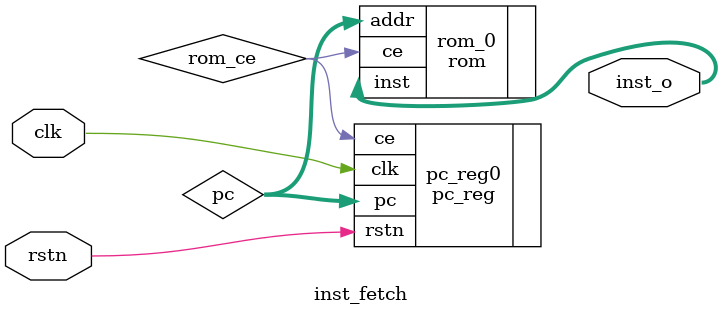
<source format=v>
module inst_fetch (input wire clk,
                   input wire rstn,
                   output wire [31:0] inst_o);
    wire [5:0] pc;
    wire rom_ce;
    
    //pc模块的例化
    pc_reg pc_reg0( .clk(clk),
                    .rstn(rstn),
                    .pc(pc),
                    .ce(rom_ce));

    //指令存储器ROM的例化
    rom rom_0(  .addr(pc),
                .ce(rom_ce),
                .inst(inst_o));
endmodule //inst_fetch

</source>
